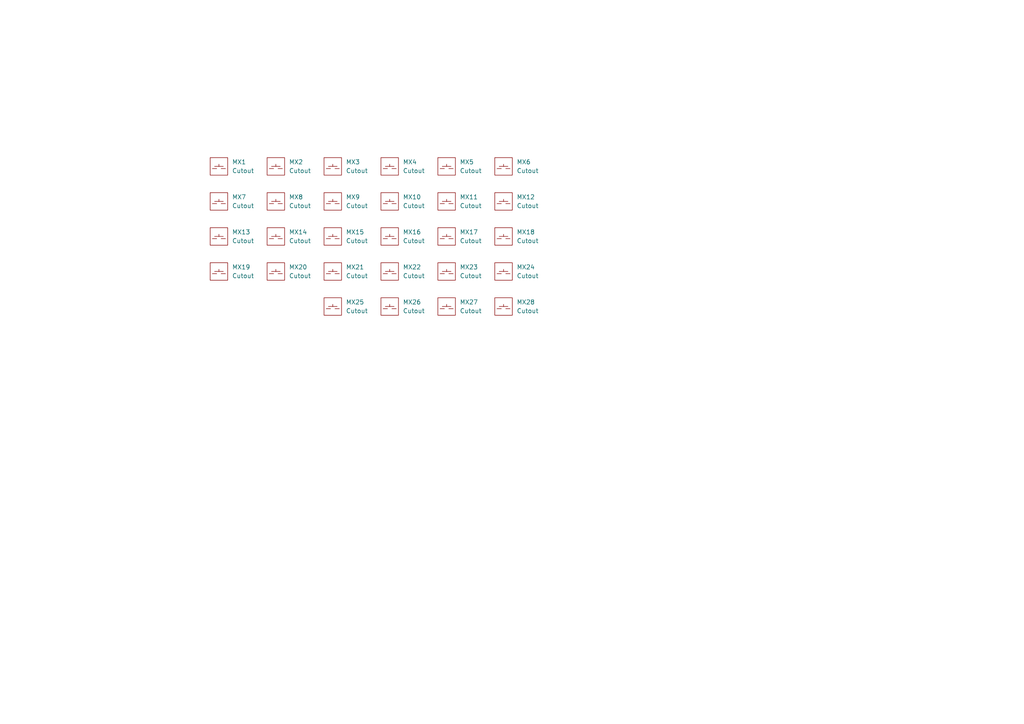
<source format=kicad_sch>
(kicad_sch (version 20231120) (generator "eeschema") (generator_version "8.0")
  (paper "A4")
  (lib_symbols
    (symbol "lib-zegonix:MX-SW-1u-Plate-Cutout"
      (property "Reference" "MX" (at 0 3.81 0))
      (property "Value" "Cutout" (at 0 -3.81 0))
      (symbol "MX-SW-1u-Plate-Cutout_0_1"
        (rectangle (start -2.54 2.54) (end 2.54 -2.54))
        (polyline (pts (xy -1.905 -0.635) (xy -0.635 -0.635)))
        (polyline (pts (xy -1.27 0) (xy 1.27 0)))
        (polyline (pts (xy 0 0.635) (xy 0 0)))
        (polyline (pts (xy 0.635 -0.635) (xy 1.905 -0.635)))
      )
    )
  )
  (symbol (lib_id "lib-zegonix:MX-SW-1u-Plate-Cutout") (at 113.03 78.74 0) (unit 1)
    (property "Reference" "MX22" (at 116.84 77.4699 0) (effects (justify left)))
    (property "Value" "Cutout" (at 116.84 80.0099 0) (effects (justify left)))
    (property "Footprint" "lib-zegonix:MX-SW-1u-Plate-Cutout" (effects (hide yes)))
  )
  (symbol (lib_id "lib-zegonix:MX-SW-1u-Plate-Cutout") (at 146.05 88.9 0) (unit 1)
    (property "Reference" "MX28" (at 149.86 87.6299 0) (effects (justify left)))
    (property "Value" "Cutout" (at 149.86 90.1699 0) (effects (justify left)))
    (property "Footprint" "lib-zegonix:MX-SW-1u-Plate-Cutout" (effects (hide yes)))
  )
  (symbol (lib_id "lib-zegonix:MX-SW-1u-Plate-Cutout") (at 129.54 78.74 0) (unit 1)
    (property "Reference" "MX23" (at 133.35 77.4699 0) (effects (justify left)))
    (property "Value" "Cutout" (at 133.35 80.0099 0) (effects (justify left)))
    (property "Footprint" "lib-zegonix:MX-SW-1u-Plate-Cutout" (effects (hide yes)))
  )
  (symbol (lib_id "lib-zegonix:MX-SW-1u-Plate-Cutout") (at 113.03 58.42 0) (unit 1)
    (property "Reference" "MX10" (at 116.84 57.1499 0) (effects (justify left)))
    (property "Value" "Cutout" (at 116.84 59.6899 0) (effects (justify left)))
    (property "Footprint" "lib-zegonix:MX-SW-1u-Plate-Cutout" (effects (hide yes)))
  )
  (symbol (lib_id "lib-zegonix:MX-SW-1u-Plate-Cutout") (at 80.01 58.42 0) (unit 1)
    (property "Reference" "MX8" (at 83.82 57.1499 0) (effects (justify left)))
    (property "Value" "Cutout" (at 83.82 59.6899 0) (effects (justify left)))
    (property "Footprint" "lib-zegonix:MX-SW-1u-Plate-Cutout" (effects (hide yes)))
  )
  (symbol (lib_id "lib-zegonix:MX-SW-1u-Plate-Cutout") (at 113.03 88.9 0) (unit 1)
    (property "Reference" "MX26" (at 116.84 87.6299 0) (effects (justify left)))
    (property "Value" "Cutout" (at 116.84 90.1699 0) (effects (justify left)))
    (property "Footprint" "lib-zegonix:MX-SW-1u-Plate-Cutout" (effects (hide yes)))
  )
  (symbol (lib_id "lib-zegonix:MX-SW-1u-Plate-Cutout") (at 63.5 68.58 0) (unit 1)
    (property "Reference" "MX13" (at 67.31 67.3099 0) (effects (justify left)))
    (property "Value" "Cutout" (at 67.31 69.8499 0) (effects (justify left)))
    (property "Footprint" "lib-zegonix:MX-SW-1u-Plate-Cutout" (effects (hide yes)))
  )
  (symbol (lib_id "lib-zegonix:MX-SW-1u-Plate-Cutout") (at 80.01 78.74 0) (unit 1)
    (property "Reference" "MX20" (at 83.82 77.4699 0) (effects (justify left)))
    (property "Value" "Cutout" (at 83.82 80.0099 0) (effects (justify left)))
    (property "Footprint" "lib-zegonix:MX-SW-1u-Plate-Cutout" (effects (hide yes)))
  )
  (symbol (lib_id "lib-zegonix:MX-SW-1u-Plate-Cutout") (at 63.5 48.26 0) (unit 1)
    (property "Reference" "MX1" (at 67.31 46.9899 0) (effects (justify left)))
    (property "Value" "Cutout" (at 67.31 49.5299 0) (effects (justify left)))
    (property "Footprint" "lib-zegonix:MX-SW-1u-Plate-Cutout" (effects (hide yes)))
  )
  (symbol (lib_id "lib-zegonix:MX-SW-1u-Plate-Cutout") (at 146.05 58.42 0) (unit 1)
    (property "Reference" "MX12" (at 149.86 57.1499 0) (effects (justify left)))
    (property "Value" "Cutout" (at 149.86 59.6899 0) (effects (justify left)))
    (property "Footprint" "lib-zegonix:MX-SW-1u-Plate-Cutout" (effects (hide yes)))
  )
  (symbol (lib_id "lib-zegonix:MX-SW-1u-Plate-Cutout") (at 63.5 58.42 0) (unit 1)
    (property "Reference" "MX7" (at 67.31 57.1499 0) (effects (justify left)))
    (property "Value" "Cutout" (at 67.31 59.6899 0) (effects (justify left)))
    (property "Footprint" "lib-zegonix:MX-SW-1u-Plate-Cutout" (effects (hide yes)))
  )
  (symbol (lib_id "lib-zegonix:MX-SW-1u-Plate-Cutout") (at 80.01 68.58 0) (unit 1)
    (property "Reference" "MX14" (at 83.82 67.3099 0) (effects (justify left)))
    (property "Value" "Cutout" (at 83.82 69.8499 0) (effects (justify left)))
    (property "Footprint" "lib-zegonix:MX-SW-1u-Plate-Cutout" (effects (hide yes)))
  )
  (symbol (lib_id "lib-zegonix:MX-SW-1u-Plate-Cutout") (at 96.52 78.74 0) (unit 1)
    (property "Reference" "MX21" (at 100.33 77.4699 0) (effects (justify left)))
    (property "Value" "Cutout" (at 100.33 80.0099 0) (effects (justify left)))
    (property "Footprint" "lib-zegonix:MX-SW-1u-Plate-Cutout" (effects (hide yes)))
  )
  (symbol (lib_id "lib-zegonix:MX-SW-1u-Plate-Cutout") (at 80.01 48.26 0) (unit 1)
    (property "Reference" "MX2" (at 83.82 46.9899 0) (effects (justify left)))
    (property "Value" "Cutout" (at 83.82 49.5299 0) (effects (justify left)))
    (property "Footprint" "lib-zegonix:MX-SW-1u-Plate-Cutout" (effects (hide yes)))
  )
  (symbol (lib_id "lib-zegonix:MX-SW-1u-Plate-Cutout") (at 129.54 48.26 0) (unit 1)
    (property "Reference" "MX5" (at 133.35 46.9899 0) (effects (justify left)))
    (property "Value" "Cutout" (at 133.35 49.5299 0) (effects (justify left)))
    (property "Footprint" "lib-zegonix:MX-SW-1u-Plate-Cutout" (effects (hide yes)))
  )
  (symbol (lib_id "lib-zegonix:MX-SW-1u-Plate-Cutout") (at 146.05 68.58 0) (unit 1)
    (property "Reference" "MX18" (at 149.86 67.3099 0) (effects (justify left)))
    (property "Value" "Cutout" (at 149.86 69.8499 0) (effects (justify left)))
    (property "Footprint" "lib-zegonix:MX-SW-1u-Plate-Cutout" (effects (hide yes)))
  )
  (symbol (lib_id "lib-zegonix:MX-SW-1u-Plate-Cutout") (at 146.05 48.26 0) (unit 1)
    (property "Reference" "MX6" (at 149.86 46.9899 0) (effects (justify left)))
    (property "Value" "Cutout" (at 149.86 49.5299 0) (effects (justify left)))
    (property "Footprint" "lib-zegonix:MX-SW-1u-Plate-Cutout" (effects (hide yes)))
  )
  (symbol (lib_id "lib-zegonix:MX-SW-1u-Plate-Cutout") (at 129.54 88.9 0) (unit 1)
    (property "Reference" "MX27" (at 133.35 87.6299 0) (effects (justify left)))
    (property "Value" "Cutout" (at 133.35 90.1699 0) (effects (justify left)))
    (property "Footprint" "lib-zegonix:MX-SW-1u-Plate-Cutout" (effects (hide yes)))
  )
  (symbol (lib_id "lib-zegonix:MX-SW-1u-Plate-Cutout") (at 146.05 78.74 0) (unit 1)
    (property "Reference" "MX24" (at 149.86 77.4699 0) (effects (justify left)))
    (property "Value" "Cutout" (at 149.86 80.0099 0) (effects (justify left)))
    (property "Footprint" "lib-zegonix:MX-SW-1u-Plate-Cutout" (effects (hide yes)))
  )
  (symbol (lib_id "lib-zegonix:MX-SW-1u-Plate-Cutout") (at 129.54 58.42 0) (unit 1)
    (property "Reference" "MX11" (at 133.35 57.1499 0) (effects (justify left)))
    (property "Value" "Cutout" (at 133.35 59.6899 0) (effects (justify left)))
    (property "Footprint" "lib-zegonix:MX-SW-1u-Plate-Cutout" (effects (hide yes)))
  )
  (symbol (lib_id "lib-zegonix:MX-SW-1u-Plate-Cutout") (at 96.52 68.58 0) (unit 1)
    (property "Reference" "MX15" (at 100.33 67.3099 0) (effects (justify left)))
    (property "Value" "Cutout" (at 100.33 69.8499 0) (effects (justify left)))
    (property "Footprint" "lib-zegonix:MX-SW-1u-Plate-Cutout" (effects (hide yes)))
  )
  (symbol (lib_id "lib-zegonix:MX-SW-1u-Plate-Cutout") (at 96.52 88.9 0) (unit 1)
    (property "Reference" "MX25" (at 100.33 87.6299 0) (effects (justify left)))
    (property "Value" "Cutout" (at 100.33 90.1699 0) (effects (justify left)))
    (property "Footprint" "lib-zegonix:MX-SW-1u-Plate-Cutout" (effects (hide yes)))
  )
  (symbol (lib_id "lib-zegonix:MX-SW-1u-Plate-Cutout") (at 96.52 48.26 0) (unit 1)
    (property "Reference" "MX3" (at 100.33 46.9899 0) (effects (justify left)))
    (property "Value" "Cutout" (at 100.33 49.5299 0) (effects (justify left)))
    (property "Footprint" "lib-zegonix:MX-SW-1u-Plate-Cutout" (effects (hide yes)))
  )
  (symbol (lib_id "lib-zegonix:MX-SW-1u-Plate-Cutout") (at 113.03 48.26 0) (unit 1)
    (property "Reference" "MX4" (at 116.84 46.9899 0) (effects (justify left)))
    (property "Value" "Cutout" (at 116.84 49.5299 0) (effects (justify left)))
    (property "Footprint" "lib-zegonix:MX-SW-1u-Plate-Cutout" (effects (hide yes)))
  )
  (symbol (lib_id "lib-zegonix:MX-SW-1u-Plate-Cutout") (at 96.52 58.42 0) (unit 1)
    (property "Reference" "MX9" (at 100.33 57.1499 0) (effects (justify left)))
    (property "Value" "Cutout" (at 100.33 59.6899 0) (effects (justify left)))
    (property "Footprint" "lib-zegonix:MX-SW-1u-Plate-Cutout" (effects (hide yes)))
  )
  (symbol (lib_id "lib-zegonix:MX-SW-1u-Plate-Cutout") (at 129.54 68.58 0) (unit 1)
    (property "Reference" "MX17" (at 133.35 67.3099 0) (effects (justify left)))
    (property "Value" "Cutout" (at 133.35 69.8499 0) (effects (justify left)))
    (property "Footprint" "lib-zegonix:MX-SW-1u-Plate-Cutout" (effects (hide yes)))
  )
  (symbol (lib_id "lib-zegonix:MX-SW-1u-Plate-Cutout") (at 113.03 68.58 0) (unit 1)
    (property "Reference" "MX16" (at 116.84 67.3099 0) (effects (justify left)))
    (property "Value" "Cutout" (at 116.84 69.8499 0) (effects (justify left)))
    (property "Footprint" "lib-zegonix:MX-SW-1u-Plate-Cutout" (effects (hide yes)))
  )
  (symbol (lib_id "lib-zegonix:MX-SW-1u-Plate-Cutout") (at 63.5 78.74 0) (unit 1)
    (property "Reference" "MX19" (at 67.31 77.4699 0) (effects (justify left)))
    (property "Value" "Cutout" (at 67.31 80.0099 0) (effects (justify left)))
    (property "Footprint" "lib-zegonix:MX-SW-1u-Plate-Cutout" (effects (hide yes)))
  )
)
</source>
